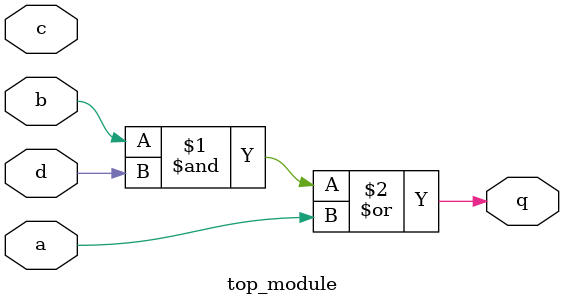
<source format=sv>
module top_module (
	input a, 
	input b, 
	input c, 
	input d,
	output q
);

	assign q = ((b & d) | a);

endmodule

</source>
